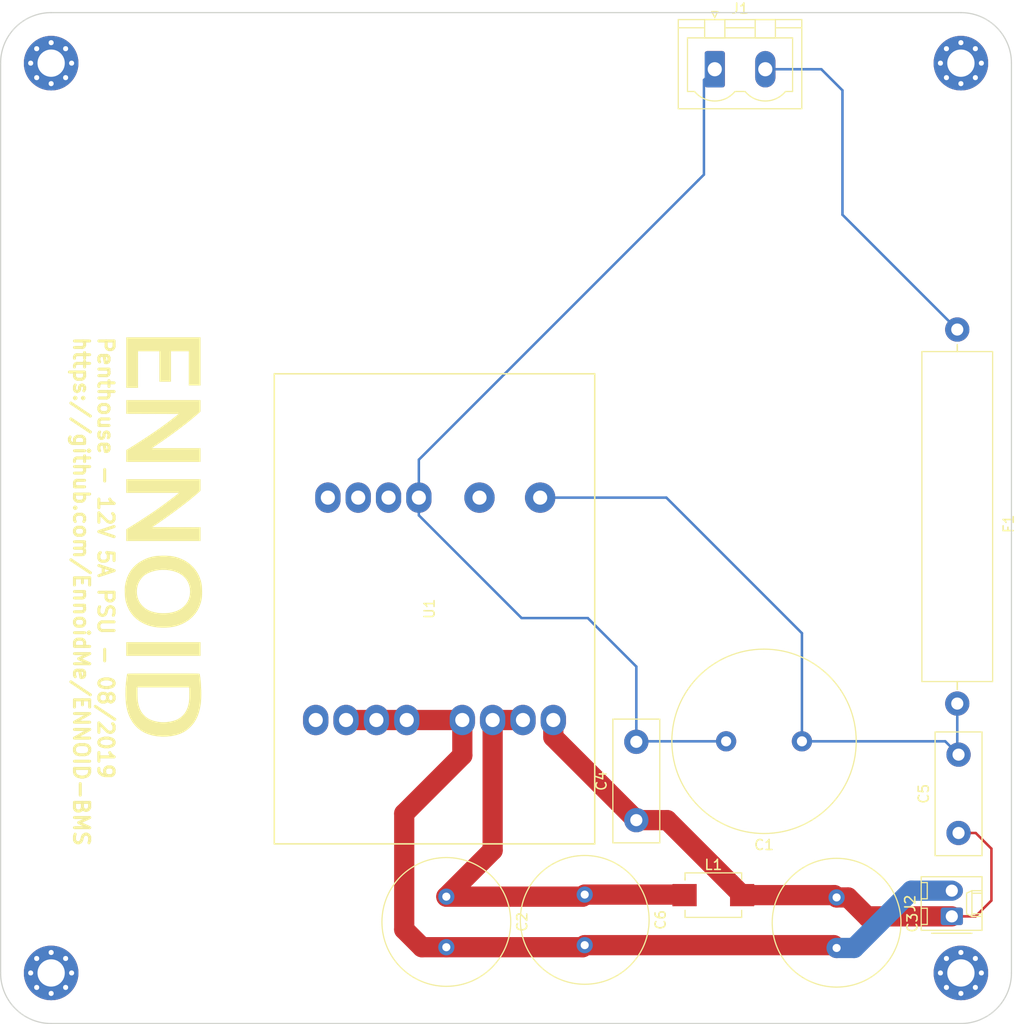
<source format=kicad_pcb>
(kicad_pcb (version 20190516) (host pcbnew "(5.1.0-1152-gc9ccd8a64)")

  (general
    (thickness 1.6)
    (drawings 9)
    (tracks 62)
    (modules 16)
    (nets 16)
  )

  (page "A4")
  (layers
    (0 "F.Cu" signal)
    (31 "B.Cu" signal)
    (32 "B.Adhes" user)
    (33 "F.Adhes" user)
    (34 "B.Paste" user)
    (35 "F.Paste" user)
    (36 "B.SilkS" user)
    (37 "F.SilkS" user)
    (38 "B.Mask" user)
    (39 "F.Mask" user)
    (40 "Dwgs.User" user)
    (41 "Cmts.User" user)
    (42 "Eco1.User" user)
    (43 "Eco2.User" user)
    (44 "Edge.Cuts" user)
    (45 "Margin" user)
    (46 "B.CrtYd" user)
    (47 "F.CrtYd" user)
    (48 "B.Fab" user)
    (49 "F.Fab" user hide)
  )

  (setup
    (last_trace_width 0.25)
    (user_trace_width 1)
    (user_trace_width 2)
    (trace_clearance 0.2)
    (zone_clearance 0.508)
    (zone_45_only no)
    (trace_min 0.2)
    (via_size 0.8)
    (via_drill 0.4)
    (via_min_size 0.4)
    (via_min_drill 0.3)
    (uvia_size 0.3)
    (uvia_drill 0.1)
    (uvias_allowed no)
    (uvia_min_size 0.2)
    (uvia_min_drill 0.1)
    (max_error 0.005)
    (edge_width 0.05)
    (segment_width 0.2)
    (pcb_text_width 0.3)
    (pcb_text_size 1.5 1.5)
    (mod_edge_width 0.12)
    (mod_text_size 1 1)
    (mod_text_width 0.15)
    (pad_size 1.524 1.524)
    (pad_drill 0.762)
    (pad_to_mask_clearance 0.051)
    (solder_mask_min_width 0.25)
    (aux_axis_origin 0 0)
    (visible_elements 7FFFFFFF)
    (pcbplotparams
      (layerselection 0x010f0_ffffffff)
      (usegerberextensions false)
      (usegerberattributes false)
      (usegerberadvancedattributes false)
      (creategerberjobfile false)
      (excludeedgelayer true)
      (linewidth 0.100000)
      (plotframeref false)
      (viasonmask false)
      (mode 1)
      (useauxorigin false)
      (hpglpennumber 1)
      (hpglpenspeed 20)
      (hpglpendiameter 15.000000)
      (psnegative false)
      (psa4output false)
      (plotreference true)
      (plotvalue true)
      (plotinvisibletext false)
      (padsonsilk false)
      (subtractmaskfromsilk false)
      (outputformat 1)
      (mirror false)
      (drillshape 0)
      (scaleselection 1)
      (outputdirectory "../Gerber/"))
  )

  (net 0 "")
  (net 1 "+12V")
  (net 2 "Net-(C2-Pad1)")
  (net 3 "Net-(J3-Pad1)")
  (net 4 "Net-(J4-Pad1)")
  (net 5 "Net-(J5-Pad1)")
  (net 6 "Net-(J6-Pad1)")
  (net 7 "Net-(C1-Pad1)")
  (net 8 "Net-(U1-Pad2)")
  (net 9 "Net-(C1-Pad2)")
  (net 10 "Net-(U1-Pad4)")
  (net 11 "Net-(U1-Pad5)")
  (net 12 "Net-(U1-Pad6)")
  (net 13 "Net-(U1-Pad7)")
  (net 14 "GND")
  (net 15 "Net-(F1-Pad2)")

  (net_class "Default" "This is the default net class."
    (clearance 0.2)
    (trace_width 0.25)
    (via_dia 0.8)
    (via_drill 0.4)
    (uvia_dia 0.3)
    (uvia_drill 0.1)
    (add_net "+12V")
    (add_net "GND")
    (add_net "Net-(C1-Pad1)")
    (add_net "Net-(C1-Pad2)")
    (add_net "Net-(C2-Pad1)")
    (add_net "Net-(F1-Pad2)")
    (add_net "Net-(J3-Pad1)")
    (add_net "Net-(J4-Pad1)")
    (add_net "Net-(J5-Pad1)")
    (add_net "Net-(J6-Pad1)")
    (add_net "Net-(U1-Pad2)")
    (add_net "Net-(U1-Pad4)")
    (add_net "Net-(U1-Pad5)")
    (add_net "Net-(U1-Pad6)")
    (add_net "Net-(U1-Pad7)")
  )

  (module "Connector_Phoenix_MSTB:PhoenixContact_MSTBVA_2,5_2-G_1x02_P5.00mm_Vertical" (layer "F.Cu") (tedit 5B785046) (tstamp 5D42359B)
    (at 70.65 5.6)
    (descr "Generic Phoenix Contact connector footprint for: MSTBVA_2,5/2-G; number of pins: 02; pin pitch: 5.00mm; Vertical || order number: 1755516 12A || order number: 1924198 16A (HC)")
    (tags "phoenix_contact connector MSTBVA_01x02_G_5.00mm")
    (path "/5C5079FF")
    (fp_text reference "J1" (at 2.5 -6) (layer "F.SilkS")
      (effects (font (size 1 1) (thickness 0.15)))
    )
    (fp_text value "110-450V DC" (at 2.5 5) (layer "F.Fab")
      (effects (font (size 1 1) (thickness 0.15)))
    )
    (fp_arc (start 0 0.55) (end -2 2.2) (angle -100.5) (layer "F.SilkS") (width 0.12))
    (fp_arc (start 5 0.55) (end 3 2.2) (angle -100.5) (layer "F.SilkS") (width 0.12))
    (fp_line (start -3.61 -4.91) (end -3.61 3.91) (layer "F.SilkS") (width 0.12))
    (fp_line (start -3.61 3.91) (end 8.61 3.91) (layer "F.SilkS") (width 0.12))
    (fp_line (start 8.61 3.91) (end 8.61 -4.91) (layer "F.SilkS") (width 0.12))
    (fp_line (start 8.61 -4.91) (end -3.61 -4.91) (layer "F.SilkS") (width 0.12))
    (fp_line (start -3.5 -4.8) (end -3.5 3.8) (layer "F.Fab") (width 0.1))
    (fp_line (start -3.5 3.8) (end 8.5 3.8) (layer "F.Fab") (width 0.1))
    (fp_line (start 8.5 3.8) (end 8.5 -4.8) (layer "F.Fab") (width 0.1))
    (fp_line (start 8.5 -4.8) (end -3.5 -4.8) (layer "F.Fab") (width 0.1))
    (fp_line (start -3.61 -4.1) (end -1.11 -4.1) (layer "F.SilkS") (width 0.12))
    (fp_line (start 8.61 -4.1) (end 6.11 -4.1) (layer "F.SilkS") (width 0.12))
    (fp_line (start 1 -4.1) (end 4 -4.1) (layer "F.SilkS") (width 0.12))
    (fp_line (start -1 -3.1) (end -1 -4.91) (layer "F.SilkS") (width 0.12))
    (fp_line (start -1 -4.91) (end 1 -4.91) (layer "F.SilkS") (width 0.12))
    (fp_line (start 1 -4.91) (end 1 -3.1) (layer "F.SilkS") (width 0.12))
    (fp_line (start 1 -3.1) (end -1 -3.1) (layer "F.SilkS") (width 0.12))
    (fp_line (start 4 -3.1) (end 4 -4.91) (layer "F.SilkS") (width 0.12))
    (fp_line (start 4 -4.91) (end 6 -4.91) (layer "F.SilkS") (width 0.12))
    (fp_line (start 6 -4.91) (end 6 -3.1) (layer "F.SilkS") (width 0.12))
    (fp_line (start 6 -3.1) (end 4 -3.1) (layer "F.SilkS") (width 0.12))
    (fp_line (start 2 2.2) (end 3 2.2) (layer "F.SilkS") (width 0.12))
    (fp_line (start -2 2.2) (end -2.7 2.2) (layer "F.SilkS") (width 0.12))
    (fp_line (start -2.7 2.2) (end -2.7 -3.1) (layer "F.SilkS") (width 0.12))
    (fp_line (start -2.7 -3.1) (end 7.7 -3.1) (layer "F.SilkS") (width 0.12))
    (fp_line (start 7.7 -3.1) (end 7.7 2.2) (layer "F.SilkS") (width 0.12))
    (fp_line (start 7.7 2.2) (end 7 2.2) (layer "F.SilkS") (width 0.12))
    (fp_line (start -4 -5.3) (end -4 4.3) (layer "F.CrtYd") (width 0.05))
    (fp_line (start -4 4.3) (end 9 4.3) (layer "F.CrtYd") (width 0.05))
    (fp_line (start 9 4.3) (end 9 -5.3) (layer "F.CrtYd") (width 0.05))
    (fp_line (start 9 -5.3) (end -4 -5.3) (layer "F.CrtYd") (width 0.05))
    (fp_line (start 0.3 -5.71) (end 0 -5.11) (layer "F.SilkS") (width 0.12))
    (fp_line (start 0 -5.11) (end -0.3 -5.71) (layer "F.SilkS") (width 0.12))
    (fp_line (start -0.3 -5.71) (end 0.3 -5.71) (layer "F.SilkS") (width 0.12))
    (fp_line (start 0.5 -3.55) (end 0 -2.55) (layer "F.Fab") (width 0.1))
    (fp_line (start 0 -2.55) (end -0.5 -3.55) (layer "F.Fab") (width 0.1))
    (fp_line (start -0.5 -3.55) (end 0.5 -3.55) (layer "F.Fab") (width 0.1))
    (fp_text user "%R" (at 2.5 -4.1) (layer "F.Fab")
      (effects (font (size 1 1) (thickness 0.15)))
    )
    (pad "2" thru_hole oval (at 5 0) (size 2 3.6) (drill 1.4) (layers *.Cu *.Mask)
      (net 15 "Net-(F1-Pad2)"))
    (pad "1" thru_hole roundrect (at 0 0) (size 2 3.6) (drill 1.4) (layers *.Cu *.Mask) (roundrect_rratio 0.125)
      (net 9 "Net-(C1-Pad2)"))
    (model "${KISYS3DMOD}/Connector_Phoenix_MSTB.3dshapes/PhoenixContact_MSTBVA_2,5_2-G_1x02_P5.00mm_Vertical.wrl"
      (at (xyz 0 0 0))
      (scale (xyz 1 1 1))
      (rotate (xyz 0 0 0))
    )
  )

  (module "Capacitor_THT:C_Radial_D18.0mm_H35.5mm_P7.50mm" (layer "F.Cu") (tedit 5BC5C9BA) (tstamp 5D4109DE)
    (at 79.2734 72.0852 180)
    (descr "C, Radial series, Radial, pin pitch=7.50mm, diameter=18mm, height=35.5mm, Non-Polar Electrolytic Capacitor")
    (tags "C Radial series Radial pin pitch 7.50mm diameter 18mm height 35.5mm Non-Polar Electrolytic Capacitor")
    (path "/5C50A323")
    (fp_text reference "C1" (at 3.75 -10.25) (layer "F.SilkS")
      (effects (font (size 1 1) (thickness 0.15)))
    )
    (fp_text value "100u 450V" (at 3.75 10.25) (layer "F.Fab")
      (effects (font (size 1 1) (thickness 0.15)))
    )
    (fp_circle (center 3.75 0) (end 12.75 0) (layer "F.Fab") (width 0.1))
    (fp_circle (center 3.75 0) (end 12.87 0) (layer "F.SilkS") (width 0.12))
    (fp_circle (center 3.75 0) (end 13 0) (layer "F.CrtYd") (width 0.05))
    (fp_text user "%R" (at 3.75 0) (layer "F.Fab")
      (effects (font (size 1 1) (thickness 0.15)))
    )
    (pad "2" thru_hole circle (at 7.5 0 180) (size 2 2) (drill 1) (layers *.Cu *.Mask)
      (net 9 "Net-(C1-Pad2)"))
    (pad "1" thru_hole circle (at 0 0 180) (size 2 2) (drill 1) (layers *.Cu *.Mask)
      (net 7 "Net-(C1-Pad1)"))
    (model "${KIPRJMOD}/ENNOID.pretty/3D/UPS main cap.stp"
      (offset (xyz 3.74 -6 0))
      (scale (xyz 1 1 1))
      (rotate (xyz 0 0 90))
    )
  )

  (module "Fuse:Fuse_SunFuse-6HP" (layer "F.Cu") (tedit 5A64049B) (tstamp 5D421263)
    (at 94.6404 68.3514 90)
    (descr "SunFuse Ceramic Slow Blow Fuse 6H_6HP.PDF")
    (tags "UL/CSA 6x32mm Ceramic Slow Blow Fuse")
    (path "/5C536A4A")
    (fp_text reference "F1" (at 17.78 5.08 90) (layer "F.SilkS")
      (effects (font (size 1 1) (thickness 0.15)))
    )
    (fp_text value "0ADAC0200-BE" (at 19.05 -5.08 90) (layer "F.Fab")
      (effects (font (size 1 1) (thickness 0.15)))
    )
    (fp_line (start 2.18 3.5) (end 34.82 3.5) (layer "F.SilkS") (width 0.12))
    (fp_line (start 34.82 3.5) (end 34.82 -3.5) (layer "F.SilkS") (width 0.12))
    (fp_line (start 2.18 -3.5) (end 2.18 3.5) (layer "F.SilkS") (width 0.12))
    (fp_line (start 2.18 -3.5) (end 34.82 -3.5) (layer "F.SilkS") (width 0.12))
    (fp_line (start -1.5 3.75) (end 38.5 3.75) (layer "F.CrtYd") (width 0.05))
    (fp_line (start 38.5 3.75) (end 38.5 -3.75) (layer "F.CrtYd") (width 0.05))
    (fp_line (start -1.5 -3.75) (end -1.5 3.75) (layer "F.CrtYd") (width 0.05))
    (fp_line (start -1.5 -3.75) (end 38.5 -3.75) (layer "F.CrtYd") (width 0.05))
    (fp_line (start 2.25 -3.375) (end 2.25 3.375) (layer "F.Fab") (width 0.1))
    (fp_line (start 2.25 -3.375) (end 7 -3.375) (layer "F.Fab") (width 0.1))
    (fp_line (start 10 3.05) (end 10 -3.05) (layer "F.Fab") (width 0.1))
    (fp_line (start 2.25 3.375) (end 7 3.375) (layer "F.Fab") (width 0.1))
    (fp_text user "%R" (at 17.78 5.08 90) (layer "F.Fab")
      (effects (font (size 1 1) (thickness 0.15)))
    )
    (fp_line (start 34.75 -3.375) (end 34.75 3.375) (layer "F.Fab") (width 0.1))
    (fp_line (start 30 -3.375) (end 34.75 -3.375) (layer "F.Fab") (width 0.1))
    (fp_line (start 30 3.37) (end 34.75 3.375) (layer "F.Fab") (width 0.1))
    (fp_line (start 7 -3.375) (end 7 3.375) (layer "F.Fab") (width 0.1))
    (fp_line (start 30 -3.375) (end 30 3.375) (layer "F.Fab") (width 0.1))
    (fp_line (start 27 3.05) (end 27 -3.05) (layer "F.Fab") (width 0.1))
    (fp_line (start 7 -3.05) (end 10 -3.05) (layer "F.Fab") (width 0.1))
    (fp_line (start 7 3.05) (end 10 3.05) (layer "F.Fab") (width 0.1))
    (fp_line (start 27 -3.05) (end 30 -3.05) (layer "F.Fab") (width 0.1))
    (fp_line (start 27 3.05) (end 30 3.05) (layer "F.Fab") (width 0.1))
    (fp_line (start 10 -2.5) (end 27 -2.5) (layer "F.Fab") (width 0.1))
    (fp_line (start 10 2.5) (end 27 2.5) (layer "F.Fab") (width 0.1))
    (fp_line (start 1.4 0) (end 2.18 0) (layer "F.SilkS") (width 0.15))
    (fp_line (start 34.82 0) (end 35.5 0) (layer "F.SilkS") (width 0.15))
    (fp_line (start 34.75 0) (end 37 0) (layer "F.Fab") (width 0.1))
    (fp_line (start 0 0) (end 2.25 0) (layer "F.Fab") (width 0.1))
    (pad "1" thru_hole circle (at 0 0 90) (size 2.4 2.4) (drill 1.2) (layers *.Cu *.Mask)
      (net 7 "Net-(C1-Pad1)"))
    (pad "2" thru_hole circle (at 37 0 90) (size 2.4 2.4) (drill 1.2) (layers *.Cu *.Mask)
      (net 15 "Net-(F1-Pad2)"))
    (model "${KISYS3DMOD}/Fuse.3dshapes/Fuse_SunFuse-6HP.wrl"
      (at (xyz 0 0 0))
      (scale (xyz 1 1 1))
      (rotate (xyz 0 0 0))
    )
  )

  (module "Capacitor_THT:C_Disc_D12.0mm_W4.4mm_P7.75mm" (layer "F.Cu") (tedit 5AE50EF0) (tstamp 5D410A22)
    (at 94.7674 81.153 90)
    (descr "C, Disc series, Radial, pin pitch=7.75mm, , diameter*width=12*4.4mm^2, Capacitor")
    (tags "C Disc series Radial pin pitch 7.75mm  diameter 12mm width 4.4mm Capacitor")
    (path "/5D40E527")
    (fp_text reference "C5" (at 3.875 -3.45 90) (layer "F.SilkS")
      (effects (font (size 1 1) (thickness 0.15)))
    )
    (fp_text value "330p 440V" (at 3.875 3.45 90) (layer "F.Fab")
      (effects (font (size 1 1) (thickness 0.15)))
    )
    (fp_line (start -2.125 -2.2) (end -2.125 2.2) (layer "F.Fab") (width 0.1))
    (fp_line (start -2.125 2.2) (end 9.875 2.2) (layer "F.Fab") (width 0.1))
    (fp_line (start 9.875 2.2) (end 9.875 -2.2) (layer "F.Fab") (width 0.1))
    (fp_line (start 9.875 -2.2) (end -2.125 -2.2) (layer "F.Fab") (width 0.1))
    (fp_line (start -2.245 -2.321) (end 9.995 -2.321) (layer "F.SilkS") (width 0.12))
    (fp_line (start -2.245 2.321) (end 9.995 2.321) (layer "F.SilkS") (width 0.12))
    (fp_line (start -2.245 -2.321) (end -2.245 2.321) (layer "F.SilkS") (width 0.12))
    (fp_line (start 9.995 -2.321) (end 9.995 2.321) (layer "F.SilkS") (width 0.12))
    (fp_line (start -2.38 -2.45) (end -2.38 2.45) (layer "F.CrtYd") (width 0.05))
    (fp_line (start -2.38 2.45) (end 10.13 2.45) (layer "F.CrtYd") (width 0.05))
    (fp_line (start 10.13 2.45) (end 10.13 -2.45) (layer "F.CrtYd") (width 0.05))
    (fp_line (start 10.13 -2.45) (end -2.38 -2.45) (layer "F.CrtYd") (width 0.05))
    (fp_text user "%R" (at 3.875 0 90) (layer "F.Fab")
      (effects (font (size 1 1) (thickness 0.15)))
    )
    (pad "2" thru_hole circle (at 7.75 0 90) (size 2.4 2.4) (drill 1.2) (layers *.Cu *.Mask)
      (net 7 "Net-(C1-Pad1)"))
    (pad "1" thru_hole circle (at 0 0 90) (size 2.4 2.4) (drill 1.2) (layers *.Cu *.Mask)
      (net 1 "+12V"))
    (model "${KISYS3DMOD}/Capacitor_THT.3dshapes/C_Disc_D12.0mm_W4.4mm_P7.75mm.wrl"
      (at (xyz 0 0 0))
      (scale (xyz 1 1 1))
      (rotate (xyz 0 0 0))
    )
  )

  (module "Capacitor_THT:C_Disc_D12.0mm_W4.4mm_P7.75mm" (layer "F.Cu") (tedit 5AE50EF0) (tstamp 5D410A0F)
    (at 62.8904 79.883 90)
    (descr "C, Disc series, Radial, pin pitch=7.75mm, , diameter*width=12*4.4mm^2, Capacitor")
    (tags "C Disc series Radial pin pitch 7.75mm  diameter 12mm width 4.4mm Capacitor")
    (path "/5D40D836")
    (fp_text reference "C4" (at 3.875 -3.45 90) (layer "F.SilkS")
      (effects (font (size 1 1) (thickness 0.15)))
    )
    (fp_text value "330p 440V" (at 3.875 3.45 90) (layer "F.Fab")
      (effects (font (size 1 1) (thickness 0.15)))
    )
    (fp_line (start -2.125 -2.2) (end -2.125 2.2) (layer "F.Fab") (width 0.1))
    (fp_line (start -2.125 2.2) (end 9.875 2.2) (layer "F.Fab") (width 0.1))
    (fp_line (start 9.875 2.2) (end 9.875 -2.2) (layer "F.Fab") (width 0.1))
    (fp_line (start 9.875 -2.2) (end -2.125 -2.2) (layer "F.Fab") (width 0.1))
    (fp_line (start -2.245 -2.321) (end 9.995 -2.321) (layer "F.SilkS") (width 0.12))
    (fp_line (start -2.245 2.321) (end 9.995 2.321) (layer "F.SilkS") (width 0.12))
    (fp_line (start -2.245 -2.321) (end -2.245 2.321) (layer "F.SilkS") (width 0.12))
    (fp_line (start 9.995 -2.321) (end 9.995 2.321) (layer "F.SilkS") (width 0.12))
    (fp_line (start -2.38 -2.45) (end -2.38 2.45) (layer "F.CrtYd") (width 0.05))
    (fp_line (start -2.38 2.45) (end 10.13 2.45) (layer "F.CrtYd") (width 0.05))
    (fp_line (start 10.13 2.45) (end 10.13 -2.45) (layer "F.CrtYd") (width 0.05))
    (fp_line (start 10.13 -2.45) (end -2.38 -2.45) (layer "F.CrtYd") (width 0.05))
    (fp_text user "%R" (at 3.875 0 90) (layer "F.Fab")
      (effects (font (size 1 1) (thickness 0.15)))
    )
    (pad "2" thru_hole circle (at 7.75 0 90) (size 2.4 2.4) (drill 1.2) (layers *.Cu *.Mask)
      (net 9 "Net-(C1-Pad2)"))
    (pad "1" thru_hole circle (at 0 0 90) (size 2.4 2.4) (drill 1.2) (layers *.Cu *.Mask)
      (net 1 "+12V"))
    (model "${KISYS3DMOD}/Capacitor_THT.3dshapes/C_Disc_D12.0mm_W4.4mm_P7.75mm.wrl"
      (at (xyz 0 0 0))
      (scale (xyz 1 1 1))
      (rotate (xyz 0 0 0))
    )
  )

  (module "Capacitor_THT:C_Radial_D12.5mm_H20.0mm_P5.00mm" (layer "F.Cu") (tedit 5BC5C9BA) (tstamp 5D4109FC)
    (at 57.785 87.249 270)
    (descr "C, Radial series, Radial, pin pitch=5.00mm, diameter=12.5mm, height=20mm, Non-Polar Electrolytic Capacitor")
    (tags "C Radial series Radial pin pitch 5.00mm diameter 12.5mm height 20mm Non-Polar Electrolytic Capacitor")
    (path "/5D4113AE")
    (fp_text reference "C6" (at 2.5 -7.5 90) (layer "F.SilkS")
      (effects (font (size 1 1) (thickness 0.15)))
    )
    (fp_text value "1500u 25V" (at 2.5 7.5 90) (layer "F.Fab")
      (effects (font (size 1 1) (thickness 0.15)))
    )
    (fp_circle (center 2.5 0) (end 8.75 0) (layer "F.Fab") (width 0.1))
    (fp_circle (center 2.5 0) (end 8.87 0) (layer "F.SilkS") (width 0.12))
    (fp_circle (center 2.5 0) (end 9 0) (layer "F.CrtYd") (width 0.05))
    (fp_text user "%R" (at 2.5 0 90) (layer "F.Fab")
      (effects (font (size 1 1) (thickness 0.15)))
    )
    (pad "2" thru_hole circle (at 5 0 270) (size 1.6 1.6) (drill 0.8) (layers *.Cu *.Mask)
      (net 14 "GND"))
    (pad "1" thru_hole circle (at 0 0 270) (size 1.6 1.6) (drill 0.8) (layers *.Cu *.Mask)
      (net 2 "Net-(C2-Pad1)"))
    (model "${KISYS3DMOD}/Capacitor_THT.3dshapes/C_Radial_D12.5mm_H20.0mm_P5.00mm.wrl"
      (at (xyz 0 0 0))
      (scale (xyz 1 1 1))
      (rotate (xyz 0 0 0))
    )
  )

  (module "Capacitor_THT:C_Radial_D12.5mm_H20.0mm_P5.00mm" (layer "F.Cu") (tedit 5BC5C9BA) (tstamp 5D4109F2)
    (at 82.7024 87.5284 270)
    (descr "C, Radial series, Radial, pin pitch=5.00mm, diameter=12.5mm, height=20mm, Non-Polar Electrolytic Capacitor")
    (tags "C Radial series Radial pin pitch 5.00mm diameter 12.5mm height 20mm Non-Polar Electrolytic Capacitor")
    (path "/5C51ABC5")
    (fp_text reference "C3" (at 2.5 -7.5 90) (layer "F.SilkS")
      (effects (font (size 1 1) (thickness 0.15)))
    )
    (fp_text value "820u 25V" (at 2.5 7.5 90) (layer "F.Fab")
      (effects (font (size 1 1) (thickness 0.15)))
    )
    (fp_circle (center 2.5 0) (end 8.75 0) (layer "F.Fab") (width 0.1))
    (fp_circle (center 2.5 0) (end 8.87 0) (layer "F.SilkS") (width 0.12))
    (fp_circle (center 2.5 0) (end 9 0) (layer "F.CrtYd") (width 0.05))
    (fp_text user "%R" (at 2.5 0 90) (layer "F.Fab")
      (effects (font (size 1 1) (thickness 0.15)))
    )
    (pad "2" thru_hole circle (at 5 0 270) (size 1.6 1.6) (drill 0.8) (layers *.Cu *.Mask)
      (net 14 "GND"))
    (pad "1" thru_hole circle (at 0 0 270) (size 1.6 1.6) (drill 0.8) (layers *.Cu *.Mask)
      (net 1 "+12V"))
    (model "${KISYS3DMOD}/Capacitor_THT.3dshapes/C_Radial_D12.5mm_H20.0mm_P5.00mm.wrl"
      (at (xyz 0 0 0))
      (scale (xyz 1 1 1))
      (rotate (xyz 0 0 0))
    )
  )

  (module "Capacitor_THT:C_Radial_D12.5mm_H20.0mm_P5.00mm" (layer "F.Cu") (tedit 5BC5C9BA) (tstamp 5D4109E8)
    (at 44.0944 87.4522 270)
    (descr "C, Radial series, Radial, pin pitch=5.00mm, diameter=12.5mm, height=20mm, Non-Polar Electrolytic Capacitor")
    (tags "C Radial series Radial pin pitch 5.00mm diameter 12.5mm height 20mm Non-Polar Electrolytic Capacitor")
    (path "/5C50C059")
    (fp_text reference "C2" (at 2.5 -7.5 90) (layer "F.SilkS")
      (effects (font (size 1 1) (thickness 0.15)))
    )
    (fp_text value "1500u 25V" (at 2.5 7.5 90) (layer "F.Fab")
      (effects (font (size 1 1) (thickness 0.15)))
    )
    (fp_circle (center 2.5 0) (end 8.75 0) (layer "F.Fab") (width 0.1))
    (fp_circle (center 2.5 0) (end 8.87 0) (layer "F.SilkS") (width 0.12))
    (fp_circle (center 2.5 0) (end 9 0) (layer "F.CrtYd") (width 0.05))
    (fp_text user "%R" (at 2.5 0 90) (layer "F.Fab")
      (effects (font (size 1 1) (thickness 0.15)))
    )
    (pad "2" thru_hole circle (at 5 0 270) (size 1.6 1.6) (drill 0.8) (layers *.Cu *.Mask)
      (net 14 "GND"))
    (pad "1" thru_hole circle (at 0 0 270) (size 1.6 1.6) (drill 0.8) (layers *.Cu *.Mask)
      (net 2 "Net-(C2-Pad1)"))
    (model "${KISYS3DMOD}/Capacitor_THT.3dshapes/C_Radial_D12.5mm_H20.0mm_P5.00mm.wrl"
      (at (xyz 0 0 0))
      (scale (xyz 1 1 1))
      (rotate (xyz 0 0 0))
    )
  )

  (module "Connector_Molex:Molex_KK-254_AE-6410-02A_1x02_P2.54mm_Vertical" (layer "F.Cu") (tedit 5B78013E) (tstamp 5D4109D4)
    (at 94.1 89.4 90)
    (descr "Molex KK-254 Interconnect System, old/engineering part number: AE-6410-02A example for new part number: 22-27-2021, 2 Pins (http://www.molex.com/pdm_docs/sd/022272021_sd.pdf), generated with kicad-footprint-generator")
    (tags "connector Molex KK-254 side entry")
    (path "/5C50813E")
    (fp_text reference "J2" (at 1.27 -4.12 90) (layer "F.SilkS")
      (effects (font (size 1 1) (thickness 0.15)))
    )
    (fp_text value "ExtPower" (at 1.27 4.08 90) (layer "F.Fab")
      (effects (font (size 1 1) (thickness 0.15)))
    )
    (fp_line (start -1.27 -2.92) (end -1.27 2.88) (layer "F.Fab") (width 0.1))
    (fp_line (start -1.27 2.88) (end 3.81 2.88) (layer "F.Fab") (width 0.1))
    (fp_line (start 3.81 2.88) (end 3.81 -2.92) (layer "F.Fab") (width 0.1))
    (fp_line (start 3.81 -2.92) (end -1.27 -2.92) (layer "F.Fab") (width 0.1))
    (fp_line (start -1.38 -3.03) (end -1.38 2.99) (layer "F.SilkS") (width 0.12))
    (fp_line (start -1.38 2.99) (end 3.92 2.99) (layer "F.SilkS") (width 0.12))
    (fp_line (start 3.92 2.99) (end 3.92 -3.03) (layer "F.SilkS") (width 0.12))
    (fp_line (start 3.92 -3.03) (end -1.38 -3.03) (layer "F.SilkS") (width 0.12))
    (fp_line (start -1.67 -2) (end -1.67 2) (layer "F.SilkS") (width 0.12))
    (fp_line (start -1.27 -0.5) (end -0.562893 0) (layer "F.Fab") (width 0.1))
    (fp_line (start -0.562893 0) (end -1.27 0.5) (layer "F.Fab") (width 0.1))
    (fp_line (start 0 2.99) (end 0 1.99) (layer "F.SilkS") (width 0.12))
    (fp_line (start 0 1.99) (end 2.54 1.99) (layer "F.SilkS") (width 0.12))
    (fp_line (start 2.54 1.99) (end 2.54 2.99) (layer "F.SilkS") (width 0.12))
    (fp_line (start 0 1.99) (end 0.25 1.46) (layer "F.SilkS") (width 0.12))
    (fp_line (start 0.25 1.46) (end 2.29 1.46) (layer "F.SilkS") (width 0.12))
    (fp_line (start 2.29 1.46) (end 2.54 1.99) (layer "F.SilkS") (width 0.12))
    (fp_line (start 0.25 2.99) (end 0.25 1.99) (layer "F.SilkS") (width 0.12))
    (fp_line (start 2.29 2.99) (end 2.29 1.99) (layer "F.SilkS") (width 0.12))
    (fp_line (start -0.8 -3.03) (end -0.8 -2.43) (layer "F.SilkS") (width 0.12))
    (fp_line (start -0.8 -2.43) (end 0.8 -2.43) (layer "F.SilkS") (width 0.12))
    (fp_line (start 0.8 -2.43) (end 0.8 -3.03) (layer "F.SilkS") (width 0.12))
    (fp_line (start 1.74 -3.03) (end 1.74 -2.43) (layer "F.SilkS") (width 0.12))
    (fp_line (start 1.74 -2.43) (end 3.34 -2.43) (layer "F.SilkS") (width 0.12))
    (fp_line (start 3.34 -2.43) (end 3.34 -3.03) (layer "F.SilkS") (width 0.12))
    (fp_line (start -1.77 -3.42) (end -1.77 3.38) (layer "F.CrtYd") (width 0.05))
    (fp_line (start -1.77 3.38) (end 4.31 3.38) (layer "F.CrtYd") (width 0.05))
    (fp_line (start 4.31 3.38) (end 4.31 -3.42) (layer "F.CrtYd") (width 0.05))
    (fp_line (start 4.31 -3.42) (end -1.77 -3.42) (layer "F.CrtYd") (width 0.05))
    (fp_text user "%R" (at 1.27 -2.22 90) (layer "F.Fab")
      (effects (font (size 1 1) (thickness 0.15)))
    )
    (pad "2" thru_hole oval (at 2.54 0 90) (size 1.74 2.2) (drill 1.2) (layers *.Cu *.Mask)
      (net 14 "GND"))
    (pad "1" thru_hole roundrect (at 0 0 90) (size 1.74 2.2) (drill 1.2) (layers *.Cu *.Mask) (roundrect_rratio 0.143678)
      (net 1 "+12V"))
    (model "${KISYS3DMOD}/Connector_Molex.3dshapes/Molex_KK-254_AE-6410-02A_1x02_P2.54mm_Vertical.wrl"
      (at (xyz 0 0 0))
      (scale (xyz 1 1 1))
      (rotate (xyz 0 0 0))
    )
  )

  (module "ENNOID:BPM1234SJ" (layer "F.Cu") (tedit 5D419098) (tstamp 5D40975E)
    (at 42.926 58.9788 270)
    (path "/5D40A793")
    (fp_text reference "U1" (at 0 0.5 90) (layer "F.SilkS")
      (effects (font (size 1 1) (thickness 0.15)))
    )
    (fp_text value "BPM1234SJ" (at 0 -0.5 90) (layer "F.Fab")
      (effects (font (size 1 1) (thickness 0.15)))
    )
    (fp_line (start 23.25 15.85) (end 23.25 -15.85) (layer "F.SilkS") (width 0.15))
    (fp_line (start -23.25 -15.85) (end -23.25 15.85) (layer "F.SilkS") (width 0.15))
    (fp_line (start -23.25 15.85) (end 23.25 15.85) (layer "F.SilkS") (width 0.15))
    (fp_line (start -23.25 -15.85) (end 23.25 -15.85) (layer "F.SilkS") (width 0.15))
    (pad "14" thru_hole oval (at 11 -11.75) (size 2.5 3) (drill 1.4) (layers *.Cu *.Mask)
      (net 1 "+12V"))
    (pad "8" thru_hole oval (at 11 8.75) (size 2.5 3) (drill 1.4) (layers *.Cu *.Mask)
      (net 14 "GND"))
    (pad "9" thru_hole oval (at 11 5.75) (size 2.5 3) (drill 1.4) (layers *.Cu *.Mask)
      (net 14 "GND"))
    (pad "10" thru_hole oval (at 11 2.75) (size 2.5 3) (drill 1.4) (layers *.Cu *.Mask)
      (net 14 "GND"))
    (pad "11" thru_hole oval (at 11 -2.75) (size 2.5 3) (drill 1.4) (layers *.Cu *.Mask)
      (net 14 "GND"))
    (pad "12" thru_hole oval (at 11 -5.75) (size 2.5 3) (drill 1.4) (layers *.Cu *.Mask)
      (net 2 "Net-(C2-Pad1)"))
    (pad "7" thru_hole oval (at 11 11.75 180) (size 2.5 3) (drill 1.4) (layers *.Cu *.Mask)
      (net 13 "Net-(U1-Pad7)"))
    (pad "6" thru_hole oval (at -11 7.55) (size 2.5 3) (drill 1.4) (layers *.Cu *.Mask)
      (net 12 "Net-(U1-Pad6)"))
    (pad "5" thru_hole oval (at -11 4.55) (size 2.5 3) (drill 1.4) (layers *.Cu *.Mask)
      (net 11 "Net-(U1-Pad5)"))
    (pad "4" thru_hole oval (at -11 10.55) (size 2.5 3) (drill 1.4) (layers *.Cu *.Mask)
      (net 10 "Net-(U1-Pad4)"))
    (pad "3" thru_hole oval (at -11 1.55) (size 2.5 3) (drill 1.4) (layers *.Cu *.Mask)
      (net 9 "Net-(C1-Pad2)"))
    (pad "2" thru_hole circle (at -11 -4.45) (size 3 3) (drill 1.4) (layers *.Cu *.Mask)
      (net 8 "Net-(U1-Pad2)"))
    (pad "1" thru_hole circle (at -11 -10.45) (size 3 3) (drill 1.4) (layers *.Cu *.Mask)
      (net 7 "Net-(C1-Pad1)"))
    (pad "13" thru_hole oval (at 11 -8.75) (size 2.5 3) (drill 1.4) (layers *.Cu *.Mask)
      (net 2 "Net-(C2-Pad1)"))
    (model "${KIPRJMOD}/ENNOID.pretty/3D/BPM1234SJ.stp"
      (at (xyz 0 0 0))
      (scale (xyz 1 1 1))
      (rotate (xyz 0 0 180))
    )
  )

  (module "ENNOID:TDK_Inductor" (layer "F.Cu") (tedit 5D418C2A) (tstamp 5D4098EC)
    (at 70.5104 87.2998)
    (descr "Neosid, Inductor, SMs42, Festinduktivitaet, SMD, magneticaly shielded,")
    (tags "Neosid Inductor SMs42 Festinduktivitaet SMD magneticaly shielded")
    (path "/5C50C658")
    (attr smd)
    (fp_text reference "L1" (at 0 -3) (layer "F.SilkS")
      (effects (font (size 1 1) (thickness 0.15)))
    )
    (fp_text value "Korin-2R2M - 2.2uH 5A" (at 0 3.1) (layer "F.Fab")
      (effects (font (size 1 1) (thickness 0.15)))
    )
    (fp_text user "%R" (at 0 0) (layer "F.Fab")
      (effects (font (size 1 1) (thickness 0.15)))
    )
    (fp_line (start -2 1) (end -2.8 1) (layer "F.Fab") (width 0.1))
    (fp_line (start -2.8 1) (end -2.8 -1) (layer "F.Fab") (width 0.1))
    (fp_line (start 2 -1) (end 2.8 -1) (layer "F.Fab") (width 0.1))
    (fp_line (start 2.8 -1) (end 2.8 1) (layer "F.Fab") (width 0.1))
    (fp_line (start 2.8 1) (end 2 1) (layer "F.Fab") (width 0.1))
    (fp_line (start -2.8 -1) (end -2 -1) (layer "F.Fab") (width 0.1))
    (fp_line (start -2 -2) (end 2 -2) (layer "F.Fab") (width 0.1))
    (fp_line (start 2 -2) (end 2 2) (layer "F.Fab") (width 0.1))
    (fp_line (start 2 2) (end -2 2) (layer "F.Fab") (width 0.1))
    (fp_line (start -2 2) (end -2 -2) (layer "F.Fab") (width 0.1))
    (fp_line (start 2.8 2.2) (end -2.8 2.2) (layer "F.SilkS") (width 0.12))
    (fp_line (start -2.8 2.2) (end -2.8 1.5) (layer "F.SilkS") (width 0.12))
    (fp_line (start 2.8 1.5) (end 2.8 2.2) (layer "F.SilkS") (width 0.12))
    (fp_line (start 2.8 -2.2) (end 2.8 -1.6) (layer "F.SilkS") (width 0.12))
    (fp_line (start 2.8 -1.6) (end 2.8 -1.5) (layer "F.SilkS") (width 0.12))
    (fp_line (start 2.8 -2.2) (end -2.8 -2.2) (layer "F.SilkS") (width 0.12))
    (fp_line (start -2.8 -2.2) (end -2.8 -1.5) (layer "F.SilkS") (width 0.12))
    (fp_line (start -2.8 -1.5) (end -2.8 -1.7) (layer "F.SilkS") (width 0.12))
    (fp_line (start -2.8 -1.7) (end -2.8 -1.5) (layer "F.SilkS") (width 0.12))
    (fp_line (start -3.7 -3.5) (end 3.7 -3.5) (layer "F.CrtYd") (width 0.05))
    (fp_line (start -3.7 -3.5) (end -3.7 3.5) (layer "F.CrtYd") (width 0.05))
    (fp_line (start 3.7 3.5) (end 3.7 -3.5) (layer "F.CrtYd") (width 0.05))
    (fp_line (start 3.7 3.5) (end -3.7 3.5) (layer "F.CrtYd") (width 0.05))
    (pad "1" smd rect (at -2.85 0) (size 2.4 2.2) (layers "F.Cu" "F.Paste" "F.Mask")
      (net 2 "Net-(C2-Pad1)"))
    (pad "2" smd rect (at 2.85 0) (size 2.4 2.2) (layers "F.Cu" "F.Paste" "F.Mask")
      (net 1 "+12V"))
    (model "${KISYS3DMOD}/Inductors_SMD.3dshapes/L_Neosid_Ms42.wrl"
      (at (xyz 0 0 0))
      (scale (xyz 1 1 1))
      (rotate (xyz 0 0 0))
    )
  )

  (module "ENNOID:ENNOID-LOGO" (layer "F.Cu") (tedit 0) (tstamp 5C5201F5)
    (at 15.3924 51.8922 270)
    (path "/5C527562")
    (fp_text reference "LOGO1" (at 0 0 270) (layer "F.SilkS") hide
      (effects (font (size 1.524 1.524) (thickness 0.3)))
    )
    (fp_text value "Logo_Open_Hardware_Small" (at 0.75 0 270) (layer "F.SilkS") hide
      (effects (font (size 1.524 1.524) (thickness 0.3)))
    )
    (fp_poly (pts (xy 11.735276 2.96025) (xy 10.387305 2.96025) (xy 10.387305 -4.387513) (xy 11.735276 -4.387513)
      (xy 11.735276 2.96025)) (layer "F.SilkS") (width 0.01))
    (fp_poly (pts (xy -4.395727 -4.156243) (xy -4.176629 -3.908125) (xy -3.943506 -3.632993) (xy -3.693749 -3.327589)
      (xy -3.424754 -2.988654) (xy -3.133913 -2.612932) (xy -2.81862 -2.197163) (xy -2.6735 -2.003414)
      (xy -2.54816 -1.834006) (xy -2.408227 -1.642273) (xy -2.257712 -1.433921) (xy -2.100621 -1.214651)
      (xy -1.940966 -0.990169) (xy -1.782754 -0.766176) (xy -1.629994 -0.548378) (xy -1.486696 -0.342477)
      (xy -1.356868 -0.154178) (xy -1.244519 0.010817) (xy -1.153659 0.146804) (xy -1.088295 0.248079)
      (xy -1.070001 0.277903) (xy -0.991155 0.409678) (xy -0.984407 -1.988917) (xy -0.97766 -4.387513)
      (xy 0.370032 -4.387513) (xy 0.370032 2.96025) (xy -0.780762 2.96025) (xy -0.89742 2.768627)
      (xy -1.07881 2.474217) (xy -1.284148 2.147089) (xy -1.506714 1.797579) (xy -1.739788 1.436025)
      (xy -1.976651 1.072765) (xy -2.210581 0.718136) (xy -2.434859 0.382475) (xy -2.642766 0.07612)
      (xy -2.731571 -0.052861) (xy -2.837378 -0.203536) (xy -2.96506 -0.381822) (xy -3.109342 -0.580641)
      (xy -3.264947 -0.792913) (xy -3.426602 -1.011561) (xy -3.58903 -1.229505) (xy -3.746957 -1.439665)
      (xy -3.895107 -1.634963) (xy -4.028205 -1.808321) (xy -4.140975 -1.952658) (xy -4.226314 -2.058682)
      (xy -4.387513 -2.253993) (xy -4.387513 2.96025) (xy -5.735483 2.96025) (xy -5.735483 -4.387513)
      (xy -4.604679 -4.387513) (xy -4.395727 -4.156243)) (layer "F.SilkS") (width 0.01))
    (fp_poly (pts (xy -12.125581 -4.037305) (xy -11.839541 -3.703691) (xy -11.531926 -3.329784) (xy -11.207089 -2.921358)
      (xy -10.869383 -2.484187) (xy -10.52316 -2.024044) (xy -10.172775 -1.546702) (xy -9.822579 -1.057936)
      (xy -9.476926 -0.563518) (xy -9.19271 -0.147231) (xy -8.801456 0.432385) (xy -8.801456 -4.387513)
      (xy -7.453486 -4.387513) (xy -7.453486 2.96025) (xy -8.617742 2.96025) (xy -8.689776 2.839003)
      (xy -8.762488 2.718907) (xy -8.859678 2.561833) (xy -8.976758 2.374957) (xy -9.109143 2.165454)
      (xy -9.252244 1.940501) (xy -9.401476 1.707275) (xy -9.552252 1.47295) (xy -9.699984 1.244704)
      (xy -9.840086 1.029711) (xy -9.967971 0.835149) (xy -10.039601 0.727196) (xy -10.439813 0.1361)
      (xy -10.836269 -0.431069) (xy -11.224551 -0.968203) (xy -11.600246 -1.46919) (xy -11.95734 -1.92593)
      (xy -12.197814 -2.226367) (xy -12.204552 0.366942) (xy -12.211289 2.96025) (xy -13.559001 2.96025)
      (xy -13.559001 -4.387513) (xy -12.433364 -4.387513) (xy -12.125581 -4.037305)) (layer "F.SilkS") (width 0.01))
    (fp_poly (pts (xy -15.012695 -3.224557) (xy -18.395837 -3.224557) (xy -18.395837 -1.453694) (xy -15.382726 -1.453694)
      (xy -15.382726 -0.317169) (xy -18.395837 -0.317169) (xy -18.395837 1.797295) (xy -14.774817 1.797295)
      (xy -14.774817 2.96025) (xy -19.770239 2.96025) (xy -19.770239 -4.387513) (xy -15.012695 -4.387513)
      (xy -15.012695 -3.224557)) (layer "F.SilkS") (width 0.01))
    (fp_poly (pts (xy 15.778643 -4.452603) (xy 16.038576 -4.444878) (xy 16.271003 -4.430916) (xy 16.467896 -4.410411)
      (xy 16.501206 -4.405663) (xy 16.950314 -4.323683) (xy 17.355748 -4.218204) (xy 17.722204 -4.087056)
      (xy 18.054378 -3.928065) (xy 18.356965 -3.739058) (xy 18.634663 -3.517863) (xy 18.831359 -3.327515)
      (xy 19.078304 -3.033431) (xy 19.28455 -2.710108) (xy 19.450718 -2.355966) (xy 19.577431 -1.969424)
      (xy 19.665311 -1.548902) (xy 19.714979 -1.092819) (xy 19.715792 -1.08005) (xy 19.726683 -0.579246)
      (xy 19.695133 -0.107222) (xy 19.621512 0.335273) (xy 19.506192 0.747488) (xy 19.349542 1.128674)
      (xy 19.151934 1.478082) (xy 18.913739 1.794961) (xy 18.635326 2.078563) (xy 18.317068 2.328137)
      (xy 17.959334 2.542934) (xy 17.9119 2.567281) (xy 17.593231 2.711032) (xy 17.260236 2.826856)
      (xy 16.906629 2.915952) (xy 16.526122 2.979521) (xy 16.112426 3.018765) (xy 15.659256 3.034884)
      (xy 15.462181 3.035099) (xy 15.287011 3.03338) (xy 15.12348 3.031125) (xy 14.981228 3.028518)
      (xy 14.869897 3.025742) (xy 14.799128 3.022981) (xy 14.788034 3.022247) (xy 14.460702 2.994359)
      (xy 14.175316 2.966177) (xy 13.934213 2.93799) (xy 13.739733 2.91009) (xy 13.594216 2.882769)
      (xy 13.525963 2.865143) (xy 13.51939 2.861089) (xy 13.513469 2.851414) (xy 13.508166 2.833493)
      (xy 13.503447 2.804699) (xy 13.499279 2.762408) (xy 13.495627 2.703994) (xy 13.492458 2.626832)
      (xy 13.489737 2.528295) (xy 13.487431 2.40576) (xy 13.485505 2.2566) (xy 13.483927 2.07819)
      (xy 13.482661 1.867905) (xy 13.481674 1.623119) (xy 13.480932 1.341206) (xy 13.480401 1.019542)
      (xy 13.480047 0.6555) (xy 13.479837 0.246456) (xy 13.479735 -0.210216) (xy 13.479709 -0.713631)
      (xy 13.479736 -1.220214) (xy 13.479837 -1.676561) (xy 13.480049 -2.085296) (xy 13.480404 -2.449045)
      (xy 13.480936 -2.770434) (xy 13.481679 -3.052086) (xy 13.482457 -3.244823) (xy 14.854111 -3.244823)
      (xy 14.854111 1.850156) (xy 15.442196 1.850001) (xy 15.706437 1.847467) (xy 15.937926 1.840213)
      (xy 16.130099 1.828536) (xy 16.27639 1.812733) (xy 16.281484 1.811976) (xy 16.651471 1.734701)
      (xy 16.984205 1.620003) (xy 17.279743 1.467819) (xy 17.538142 1.278084) (xy 17.759458 1.050732)
      (xy 17.943746 0.7857) (xy 18.091063 0.482923) (xy 18.201465 0.142335) (xy 18.275008 -0.236127)
      (xy 18.304011 -0.5154) (xy 18.309514 -0.80685) (xy 18.287798 -1.111403) (xy 18.241312 -1.415153)
      (xy 18.172506 -1.704193) (xy 18.083831 -1.964614) (xy 18.025972 -2.093639) (xy 17.861314 -2.371932)
      (xy 17.663133 -2.611828) (xy 17.430172 -2.814142) (xy 17.161171 -2.979693) (xy 16.854871 -3.109298)
      (xy 16.510016 -3.203774) (xy 16.246423 -3.24925) (xy 16.160583 -3.257409) (xy 16.038451 -3.264265)
      (xy 15.889735 -3.269735) (xy 15.724142 -3.273734) (xy 15.551379 -3.27618) (xy 15.381154 -3.276987)
      (xy 15.223173 -3.276073) (xy 15.087145 -3.273353) (xy 14.982777 -3.268743) (xy 14.919776 -3.26216)
      (xy 14.91358 -3.26076) (xy 14.854111 -3.244823) (xy 13.482457 -3.244823) (xy 13.482667 -3.296628)
      (xy 13.483935 -3.506685) (xy 13.485515 -3.684881) (xy 13.487443 -3.833843) (xy 13.489751 -3.956194)
      (xy 13.492475 -4.054561) (xy 13.495647 -4.131568) (xy 13.499301 -4.189841) (xy 13.503473 -4.232005)
      (xy 13.508194 -4.260684) (xy 13.513501 -4.278505) (xy 13.519426 -4.288092) (xy 13.525963 -4.292059)
      (xy 13.672225 -4.32667) (xy 13.863227 -4.357803) (xy 14.09094 -4.385151) (xy 14.347338 -4.408409)
      (xy 14.624394 -4.427269) (xy 14.914079 -4.441425) (xy 15.208367 -4.45057) (xy 15.499231 -4.454399)
      (xy 15.778643 -4.452603)) (layer "F.SilkS") (width 0.01))
    (fp_poly (pts (xy 5.781064 -4.533912) (xy 5.999855 -4.512571) (xy 6.212168 -4.476158) (xy 6.433147 -4.422975)
      (xy 6.528124 -4.396404) (xy 6.90503 -4.260464) (xy 7.258493 -4.07855) (xy 7.585917 -3.853265)
      (xy 7.884705 -3.587212) (xy 8.152262 -3.282995) (xy 8.385989 -2.943217) (xy 8.583292 -2.570482)
      (xy 8.736765 -2.181855) (xy 8.838482 -1.810945) (xy 8.907851 -1.410382) (xy 8.944936 -0.991283)
      (xy 8.949803 -0.564764) (xy 8.922516 -0.141941) (xy 8.86314 0.266067) (xy 8.771739 0.648145)
      (xy 8.719315 0.811119) (xy 8.549699 1.223264) (xy 8.344187 1.596879) (xy 8.103377 1.931433)
      (xy 7.82787 2.226389) (xy 7.518265 2.481216) (xy 7.175161 2.695378) (xy 6.799158 2.868342)
      (xy 6.390854 2.999574) (xy 6.216498 3.040715) (xy 6.074513 3.064006) (xy 5.894563 3.083152)
      (xy 5.690704 3.097622) (xy 5.476994 3.106883) (xy 5.26749 3.110405) (xy 5.076248 3.107655)
      (xy 4.917324 3.098103) (xy 4.863268 3.091889) (xy 4.420255 3.007415) (xy 4.010168 2.881655)
      (xy 3.633106 2.714682) (xy 3.28917 2.506566) (xy 2.978458 2.257378) (xy 2.70107 1.967188)
      (xy 2.457105 1.636067) (xy 2.246663 1.264086) (xy 2.222162 1.213549) (xy 2.098036 0.931468)
      (xy 2.001083 0.659188) (xy 1.928538 0.384295) (xy 1.877635 0.094376) (xy 1.845608 -0.222984)
      (xy 1.830594 -0.543913) (xy 1.830583 -0.554973) (xy 3.230994 -0.554973) (xy 3.264119 -0.183099)
      (xy 3.331772 0.176741) (xy 3.433226 0.517409) (xy 3.567751 0.831767) (xy 3.73462 1.112674)
      (xy 3.784981 1.181669) (xy 3.935281 1.346764) (xy 4.124081 1.504761) (xy 4.337075 1.646086)
      (xy 4.559958 1.761166) (xy 4.762642 1.835976) (xy 5.050982 1.89578) (xy 5.358008 1.917234)
      (xy 5.665773 1.900095) (xy 5.927947 1.851632) (xy 6.226435 1.748581) (xy 6.501583 1.599276)
      (xy 6.750225 1.406325) (xy 6.969196 1.172334) (xy 7.155328 0.899912) (xy 7.213692 0.792924)
      (xy 7.337166 0.502182) (xy 7.430078 0.177876) (xy 7.492284 -0.170319) (xy 7.523638 -0.532732)
      (xy 7.523993 -0.899689) (xy 7.493204 -1.261519) (xy 7.431126 -1.608549) (xy 7.337612 -1.931106)
      (xy 7.257707 -2.127827) (xy 7.091205 -2.431844) (xy 6.892387 -2.695192) (xy 6.663331 -2.91651)
      (xy 6.406117 -3.094438) (xy 6.122824 -3.227617) (xy 5.815533 -3.314686) (xy 5.486321 -3.354286)
      (xy 5.378668 -3.356711) (xy 5.043308 -3.332194) (xy 4.728724 -3.259846) (xy 4.437507 -3.141469)
      (xy 4.172249 -2.978869) (xy 3.935542 -2.77385) (xy 3.729977 -2.528215) (xy 3.558146 -2.243768)
      (xy 3.458347 -2.020018) (xy 3.346075 -1.671402) (xy 3.271244 -1.306263) (xy 3.233126 -0.93174)
      (xy 3.230994 -0.554973) (xy 1.830583 -0.554973) (xy 1.830172 -0.959716) (xy 1.853621 -1.336903)
      (xy 1.902811 -1.684928) (xy 1.979616 -2.013241) (xy 2.085906 -2.331294) (xy 2.223554 -2.64854)
      (xy 2.263438 -2.729534) (xy 2.45791 -3.061769) (xy 2.693567 -3.372426) (xy 2.963681 -3.654947)
      (xy 3.261525 -3.902776) (xy 3.580373 -4.109354) (xy 3.786499 -4.214225) (xy 4.034964 -4.3199)
      (xy 4.268038 -4.400921) (xy 4.499717 -4.460356) (xy 4.743995 -4.501275) (xy 5.014867 -4.526748)
      (xy 5.263468 -4.538168) (xy 5.540649 -4.541879) (xy 5.781064 -4.533912)) (layer "F.SilkS") (width 0.01))
  )

  (module "Mounting_Holes:MountingHole_2.7mm_M2.5_Pad_Via" (layer "F.Cu") (tedit 56DDBBFF) (tstamp 5C50A5BF)
    (at 5 5)
    (descr "Mounting Hole 2.7mm")
    (tags "mounting hole 2.7mm")
    (path "/5C51C403")
    (attr virtual)
    (fp_text reference "J3" (at 0 -3.7) (layer "F.SilkS") hide
      (effects (font (size 1 1) (thickness 0.15)))
    )
    (fp_text value "Conn_01x01" (at 0 3.7) (layer "F.Fab") hide
      (effects (font (size 1 1) (thickness 0.15)))
    )
    (fp_circle (center 0 0) (end 2.95 0) (layer "F.CrtYd") (width 0.05))
    (fp_circle (center 0 0) (end 2.7 0) (layer "Cmts.User") (width 0.15))
    (fp_text user "%R" (at 0.3 0) (layer "F.Fab")
      (effects (font (size 1 1) (thickness 0.15)))
    )
    (pad "1" thru_hole circle (at 1.431891 -1.431891) (size 0.8 0.8) (drill 0.5) (layers *.Cu *.Mask)
      (net 3 "Net-(J3-Pad1)"))
    (pad "1" thru_hole circle (at 0 -2.025) (size 0.8 0.8) (drill 0.5) (layers *.Cu *.Mask)
      (net 3 "Net-(J3-Pad1)"))
    (pad "1" thru_hole circle (at -1.431891 -1.431891) (size 0.8 0.8) (drill 0.5) (layers *.Cu *.Mask)
      (net 3 "Net-(J3-Pad1)"))
    (pad "1" thru_hole circle (at -2.025 0) (size 0.8 0.8) (drill 0.5) (layers *.Cu *.Mask)
      (net 3 "Net-(J3-Pad1)"))
    (pad "1" thru_hole circle (at -1.431891 1.431891) (size 0.8 0.8) (drill 0.5) (layers *.Cu *.Mask)
      (net 3 "Net-(J3-Pad1)"))
    (pad "1" thru_hole circle (at 0 2.025) (size 0.8 0.8) (drill 0.5) (layers *.Cu *.Mask)
      (net 3 "Net-(J3-Pad1)"))
    (pad "1" thru_hole circle (at 1.431891 1.431891) (size 0.8 0.8) (drill 0.5) (layers *.Cu *.Mask)
      (net 3 "Net-(J3-Pad1)"))
    (pad "1" thru_hole circle (at 2.025 0) (size 0.8 0.8) (drill 0.5) (layers *.Cu *.Mask)
      (net 3 "Net-(J3-Pad1)"))
    (pad "1" thru_hole circle (at 0 0) (size 5.4 5.4) (drill 2.7) (layers *.Cu *.Mask)
      (net 3 "Net-(J3-Pad1)"))
  )

  (module "Mounting_Holes:MountingHole_2.7mm_M2.5_Pad_Via" (layer "F.Cu") (tedit 56DDBBFF) (tstamp 5C50A5CF)
    (at 5 95)
    (descr "Mounting Hole 2.7mm")
    (tags "mounting hole 2.7mm")
    (path "/5C51C821")
    (attr virtual)
    (fp_text reference "J4" (at 0 -3.7) (layer "F.SilkS") hide
      (effects (font (size 1 1) (thickness 0.15)))
    )
    (fp_text value "Conn_01x01" (at 0 3.7) (layer "F.Fab") hide
      (effects (font (size 1 1) (thickness 0.15)))
    )
    (fp_text user "%R" (at 0.3 0) (layer "F.Fab")
      (effects (font (size 1 1) (thickness 0.15)))
    )
    (fp_circle (center 0 0) (end 2.7 0) (layer "Cmts.User") (width 0.15))
    (fp_circle (center 0 0) (end 2.95 0) (layer "F.CrtYd") (width 0.05))
    (pad "1" thru_hole circle (at 0 0) (size 5.4 5.4) (drill 2.7) (layers *.Cu *.Mask)
      (net 4 "Net-(J4-Pad1)"))
    (pad "1" thru_hole circle (at 2.025 0) (size 0.8 0.8) (drill 0.5) (layers *.Cu *.Mask)
      (net 4 "Net-(J4-Pad1)"))
    (pad "1" thru_hole circle (at 1.431891 1.431891) (size 0.8 0.8) (drill 0.5) (layers *.Cu *.Mask)
      (net 4 "Net-(J4-Pad1)"))
    (pad "1" thru_hole circle (at 0 2.025) (size 0.8 0.8) (drill 0.5) (layers *.Cu *.Mask)
      (net 4 "Net-(J4-Pad1)"))
    (pad "1" thru_hole circle (at -1.431891 1.431891) (size 0.8 0.8) (drill 0.5) (layers *.Cu *.Mask)
      (net 4 "Net-(J4-Pad1)"))
    (pad "1" thru_hole circle (at -2.025 0) (size 0.8 0.8) (drill 0.5) (layers *.Cu *.Mask)
      (net 4 "Net-(J4-Pad1)"))
    (pad "1" thru_hole circle (at -1.431891 -1.431891) (size 0.8 0.8) (drill 0.5) (layers *.Cu *.Mask)
      (net 4 "Net-(J4-Pad1)"))
    (pad "1" thru_hole circle (at 0 -2.025) (size 0.8 0.8) (drill 0.5) (layers *.Cu *.Mask)
      (net 4 "Net-(J4-Pad1)"))
    (pad "1" thru_hole circle (at 1.431891 -1.431891) (size 0.8 0.8) (drill 0.5) (layers *.Cu *.Mask)
      (net 4 "Net-(J4-Pad1)"))
  )

  (module "Mounting_Holes:MountingHole_2.7mm_M2.5_Pad_Via" (layer "F.Cu") (tedit 56DDBBFF) (tstamp 5C50A5DF)
    (at 95 5)
    (descr "Mounting Hole 2.7mm")
    (tags "mounting hole 2.7mm")
    (path "/5C51C967")
    (attr virtual)
    (fp_text reference "J5" (at 0 -3.7) (layer "F.SilkS") hide
      (effects (font (size 1 1) (thickness 0.15)))
    )
    (fp_text value "Conn_01x01" (at 0 3.7) (layer "F.Fab") hide
      (effects (font (size 1 1) (thickness 0.15)))
    )
    (fp_circle (center 0 0) (end 2.95 0) (layer "F.CrtYd") (width 0.05))
    (fp_circle (center 0 0) (end 2.7 0) (layer "Cmts.User") (width 0.15))
    (fp_text user "%R" (at 0.3 0) (layer "F.Fab")
      (effects (font (size 1 1) (thickness 0.15)))
    )
    (pad "1" thru_hole circle (at 1.431891 -1.431891) (size 0.8 0.8) (drill 0.5) (layers *.Cu *.Mask)
      (net 5 "Net-(J5-Pad1)"))
    (pad "1" thru_hole circle (at 0 -2.025) (size 0.8 0.8) (drill 0.5) (layers *.Cu *.Mask)
      (net 5 "Net-(J5-Pad1)"))
    (pad "1" thru_hole circle (at -1.431891 -1.431891) (size 0.8 0.8) (drill 0.5) (layers *.Cu *.Mask)
      (net 5 "Net-(J5-Pad1)"))
    (pad "1" thru_hole circle (at -2.025 0) (size 0.8 0.8) (drill 0.5) (layers *.Cu *.Mask)
      (net 5 "Net-(J5-Pad1)"))
    (pad "1" thru_hole circle (at -1.431891 1.431891) (size 0.8 0.8) (drill 0.5) (layers *.Cu *.Mask)
      (net 5 "Net-(J5-Pad1)"))
    (pad "1" thru_hole circle (at 0 2.025) (size 0.8 0.8) (drill 0.5) (layers *.Cu *.Mask)
      (net 5 "Net-(J5-Pad1)"))
    (pad "1" thru_hole circle (at 1.431891 1.431891) (size 0.8 0.8) (drill 0.5) (layers *.Cu *.Mask)
      (net 5 "Net-(J5-Pad1)"))
    (pad "1" thru_hole circle (at 2.025 0) (size 0.8 0.8) (drill 0.5) (layers *.Cu *.Mask)
      (net 5 "Net-(J5-Pad1)"))
    (pad "1" thru_hole circle (at 0 0) (size 5.4 5.4) (drill 2.7) (layers *.Cu *.Mask)
      (net 5 "Net-(J5-Pad1)"))
  )

  (module "Mounting_Holes:MountingHole_2.7mm_M2.5_Pad_Via" (layer "F.Cu") (tedit 56DDBBFF) (tstamp 5C50A5EF)
    (at 95 95)
    (descr "Mounting Hole 2.7mm")
    (tags "mounting hole 2.7mm")
    (path "/5C51CAB2")
    (attr virtual)
    (fp_text reference "J6" (at 0 -3.7) (layer "F.SilkS") hide
      (effects (font (size 1 1) (thickness 0.15)))
    )
    (fp_text value "Conn_01x01" (at 0 3.7) (layer "F.Fab") hide
      (effects (font (size 1 1) (thickness 0.15)))
    )
    (fp_text user "%R" (at 0.3 0) (layer "F.Fab")
      (effects (font (size 1 1) (thickness 0.15)))
    )
    (fp_circle (center 0 0) (end 2.7 0) (layer "Cmts.User") (width 0.15))
    (fp_circle (center 0 0) (end 2.95 0) (layer "F.CrtYd") (width 0.05))
    (pad "1" thru_hole circle (at 0 0) (size 5.4 5.4) (drill 2.7) (layers *.Cu *.Mask)
      (net 6 "Net-(J6-Pad1)"))
    (pad "1" thru_hole circle (at 2.025 0) (size 0.8 0.8) (drill 0.5) (layers *.Cu *.Mask)
      (net 6 "Net-(J6-Pad1)"))
    (pad "1" thru_hole circle (at 1.431891 1.431891) (size 0.8 0.8) (drill 0.5) (layers *.Cu *.Mask)
      (net 6 "Net-(J6-Pad1)"))
    (pad "1" thru_hole circle (at 0 2.025) (size 0.8 0.8) (drill 0.5) (layers *.Cu *.Mask)
      (net 6 "Net-(J6-Pad1)"))
    (pad "1" thru_hole circle (at -1.431891 1.431891) (size 0.8 0.8) (drill 0.5) (layers *.Cu *.Mask)
      (net 6 "Net-(J6-Pad1)"))
    (pad "1" thru_hole circle (at -2.025 0) (size 0.8 0.8) (drill 0.5) (layers *.Cu *.Mask)
      (net 6 "Net-(J6-Pad1)"))
    (pad "1" thru_hole circle (at -1.431891 -1.431891) (size 0.8 0.8) (drill 0.5) (layers *.Cu *.Mask)
      (net 6 "Net-(J6-Pad1)"))
    (pad "1" thru_hole circle (at 0 -2.025) (size 0.8 0.8) (drill 0.5) (layers *.Cu *.Mask)
      (net 6 "Net-(J6-Pad1)"))
    (pad "1" thru_hole circle (at 1.431891 -1.431891) (size 0.8 0.8) (drill 0.5) (layers *.Cu *.Mask)
      (net 6 "Net-(J6-Pad1)"))
  )

  (gr_text "Penthouse - 12V 5A PSU - 08/2019\nhttps://github.com/EnnoidMe/ENNOID-BMS\n" (at 9.1948 31.9278 270) (layer "F.SilkS")
    (effects (font (size 1.5 1.5) (thickness 0.3)) (justify left))
  )
  (gr_arc (start 95 95) (end 95 100) (angle -90) (layer "Edge.Cuts") (width 0.12))
  (gr_arc (start 5 95) (end 0 95) (angle -90) (layer "Edge.Cuts") (width 0.12))
  (gr_arc (start 5 5) (end 5 0) (angle -90) (layer "Edge.Cuts") (width 0.12))
  (gr_arc (start 95 5) (end 100 5) (angle -90) (layer "Edge.Cuts") (width 0.12))
  (gr_line (start 100 5) (end 100 95) (layer "Edge.Cuts") (width 0.12) (tstamp 5C508F2E))
  (gr_line (start 0 5) (end 0 95) (layer "Edge.Cuts") (width 0.12) (tstamp 5C508F2B))
  (gr_line (start 5 100) (end 95 100) (layer "Edge.Cuts") (width 0.12) (tstamp 5C5087E8))
  (gr_line (start 5 0) (end 95 0) (layer "Edge.Cuts") (width 0.12))

  (segment (start 41.376 44.2266) (end 69.0268 16.5758) (width 0.25) (layer "B.Cu") (net 9))
  (segment (start 70.65 5.6) (end 69.57929 6.67071) (width 0.25) (layer "B.Cu") (net 9))
  (segment (start 69.57929 6.67071) (end 69.57929 16.02331) (width 0.25) (layer "B.Cu") (net 9))
  (segment (start 69.57929 16.02331) (end 69.0268 16.5758) (width 0.25) (layer "B.Cu") (net 9))
  (segment (start 83.2828 19.9938) (end 83.2828 7.6924) (width 0.25) (layer "B.Cu") (net 15))
  (segment (start 94.6404 31.3514) (end 83.2828 19.9938) (width 0.25) (layer "B.Cu") (net 15))
  (segment (start 83.2828 7.6924) (end 81.1904 5.6) (width 0.25) (layer "B.Cu") (net 15))
  (segment (start 81.1904 5.6) (end 75.65 5.6) (width 0.25) (layer "B.Cu") (net 15))
  (segment (start 94.6404 81.28) (end 94.7674 81.153) (width 0.25) (layer "F.Cu") (net 1))
  (segment (start 48.676 69.9788) (end 51.676 69.9788) (width 2) (layer "F.Cu") (net 2))
  (segment (start 40.176 69.9788) (end 45.676 69.9788) (width 2) (layer "F.Cu") (net 14))
  (segment (start 37.176 69.9788) (end 40.176 69.9788) (width 2) (layer "F.Cu") (net 14))
  (segment (start 34.176 69.9788) (end 37.176 69.9788) (width 2) (layer "F.Cu") (net 14))
  (segment (start 62.8904 79.883) (end 65.9436 79.883) (width 2) (layer "F.Cu") (net 1))
  (segment (start 65.9436 79.883) (end 73.3604 87.2998) (width 2) (layer "F.Cu") (net 1))
  (segment (start 54.676 69.9788) (end 54.676 71.6686) (width 2) (layer "F.Cu") (net 1))
  (segment (start 54.676 71.6686) (end 62.8904 79.883) (width 2) (layer "F.Cu") (net 1))
  (segment (start 41.376 47.9788) (end 41.376 44.2266) (width 0.25) (layer "B.Cu") (net 9))
  (segment (start 79.2734 61.3918) (end 65.8604 47.9788) (width 0.25) (layer "B.Cu") (net 7))
  (segment (start 79.2734 72.0852) (end 79.2734 61.3918) (width 0.25) (layer "B.Cu") (net 7))
  (segment (start 65.8604 47.9788) (end 53.376 47.9788) (width 0.25) (layer "B.Cu") (net 7))
  (segment (start 62.8904 72.133) (end 62.8904 64.6938) (width 0.25) (layer "B.Cu") (net 9))
  (segment (start 62.8904 64.6938) (end 58.0898 59.8932) (width 0.25) (layer "B.Cu") (net 9))
  (segment (start 71.7734 72.0852) (end 62.9382 72.0852) (width 0.25) (layer "B.Cu") (net 9))
  (segment (start 62.9382 72.0852) (end 62.8904 72.133) (width 0.25) (layer "B.Cu") (net 9))
  (segment (start 79.2734 72.0852) (end 93.4496 72.0852) (width 0.25) (layer "B.Cu") (net 7))
  (segment (start 93.4496 72.0852) (end 94.7674 73.403) (width 0.25) (layer "B.Cu") (net 7))
  (segment (start 48.676 69.9788) (end 48.676 82.8706) (width 2) (layer "F.Cu") (net 2))
  (segment (start 48.676 82.8706) (end 44.0944 87.4522) (width 2) (layer "F.Cu") (net 2))
  (segment (start 44.0944 87.4522) (end 57.5818 87.4522) (width 2) (layer "F.Cu") (net 2))
  (segment (start 57.5818 87.4522) (end 57.785 87.249) (width 2) (layer "F.Cu") (net 2))
  (segment (start 39.9288 90.7034) (end 41.6776 92.4522) (width 2) (layer "F.Cu") (net 14))
  (segment (start 41.6776 92.4522) (end 44.0944 92.4522) (width 2) (layer "F.Cu") (net 14))
  (segment (start 39.9288 79.226) (end 39.9288 90.7034) (width 2) (layer "F.Cu") (net 14))
  (segment (start 45.676 69.9788) (end 45.676 73.4788) (width 2) (layer "F.Cu") (net 14))
  (segment (start 45.676 73.4788) (end 39.9288 79.226) (width 2) (layer "F.Cu") (net 14))
  (segment (start 57.785 92.249) (end 82.423 92.249) (width 2) (layer "F.Cu") (net 14))
  (segment (start 82.423 92.249) (end 82.7024 92.5284) (width 2) (layer "F.Cu") (net 14))
  (segment (start 44.0944 92.4522) (end 57.5818 92.4522) (width 2) (layer "F.Cu") (net 14))
  (segment (start 57.5818 92.4522) (end 57.785 92.249) (width 2) (layer "F.Cu") (net 14))
  (segment (start 73.3604 87.2998) (end 82.4738 87.2998) (width 2) (layer "F.Cu") (net 1))
  (segment (start 82.4738 87.2998) (end 82.7024 87.5284) (width 2) (layer "F.Cu") (net 1))
  (segment (start 57.785 87.249) (end 67.6096 87.249) (width 2) (layer "F.Cu") (net 2))
  (segment (start 67.6096 87.249) (end 67.6604 87.2998) (width 2) (layer "F.Cu") (net 2))
  (segment (start 41.376 49.7288) (end 51.5404 59.8932) (width 0.25) (layer "B.Cu") (net 9))
  (segment (start 41.376 47.9788) (end 41.376 49.7288) (width 0.25) (layer "B.Cu") (net 9))
  (segment (start 51.5404 59.8932) (end 58.0898 59.8932) (width 0.25) (layer "B.Cu") (net 9))
  (segment (start 41.376 47.7288) (end 41.376 47.9788) (width 0.25) (layer "B.Cu") (net 9))
  (segment (start 94.6404 68.3514) (end 94.6404 73.276) (width 0.25) (layer "B.Cu") (net 7))
  (segment (start 94.6404 73.276) (end 94.7674 73.403) (width 0.25) (layer "B.Cu") (net 7))
  (segment (start 83.83377 87.5284) (end 85.81497 89.5096) (width 2) (layer "F.Cu") (net 1))
  (segment (start 82.7024 87.5284) (end 83.83377 87.5284) (width 2) (layer "F.Cu") (net 1))
  (segment (start 85.92457 89.4) (end 94.1 89.4) (width 2) (layer "F.Cu") (net 1))
  (segment (start 85.81497 89.5096) (end 85.92457 89.4) (width 2) (layer "F.Cu") (net 1))
  (segment (start 90.1018 86.86) (end 94.1 86.86) (width 2) (layer "B.Cu") (net 14))
  (segment (start 82.7024 92.5284) (end 84.4334 92.5284) (width 2) (layer "B.Cu") (net 14))
  (segment (start 84.4334 92.5284) (end 90.1018 86.86) (width 2) (layer "B.Cu") (net 14))
  (segment (start 96.4518 89.4) (end 94.1 89.4) (width 0.25) (layer "F.Cu") (net 1))
  (segment (start 98.0186 87.8332) (end 96.4518 89.4) (width 0.25) (layer "F.Cu") (net 1))
  (segment (start 98.0186 82.707144) (end 98.0186 87.8332) (width 0.25) (layer "F.Cu") (net 1))
  (segment (start 94.7674 81.153) (end 96.464456 81.153) (width 0.25) (layer "F.Cu") (net 1))
  (segment (start 96.464456 81.153) (end 98.0186 82.707144) (width 0.25) (layer "F.Cu") (net 1))

)

</source>
